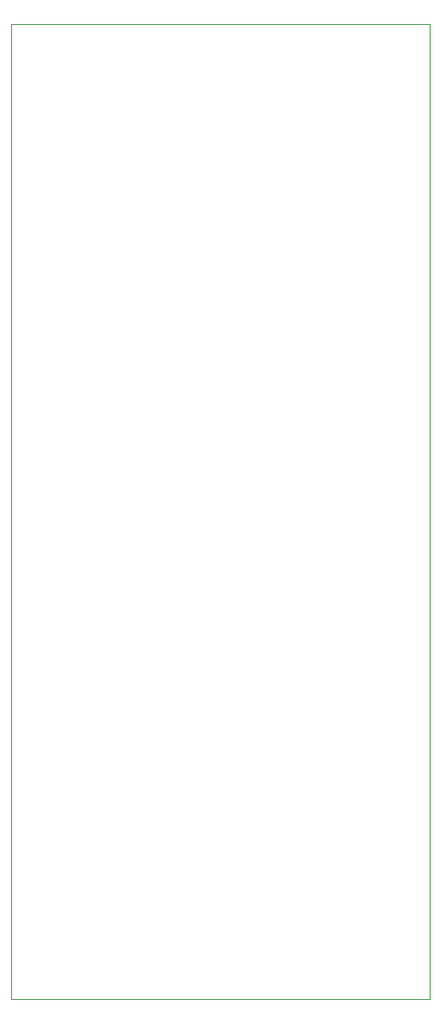
<source format=gbr>
%TF.GenerationSoftware,KiCad,Pcbnew,9.0.2*%
%TF.CreationDate,2025-12-21T22:34:27+01:00*%
%TF.ProjectId,driver_pcb,64726976-6572-45f7-9063-622e6b696361,rev?*%
%TF.SameCoordinates,PX463a840PY7ead330*%
%TF.FileFunction,Profile,NP*%
%FSLAX46Y46*%
G04 Gerber Fmt 4.6, Leading zero omitted, Abs format (unit mm)*
G04 Created by KiCad (PCBNEW 9.0.2) date 2025-12-21 22:34:27*
%MOMM*%
%LPD*%
G01*
G04 APERTURE LIST*
%TA.AperFunction,Profile*%
%ADD10C,0.050000*%
%TD*%
G04 APERTURE END LIST*
D10*
X10000Y96200000D02*
X41340000Y96200000D01*
X41340000Y0D01*
X10000Y0D01*
X10000Y96200000D01*
M02*

</source>
